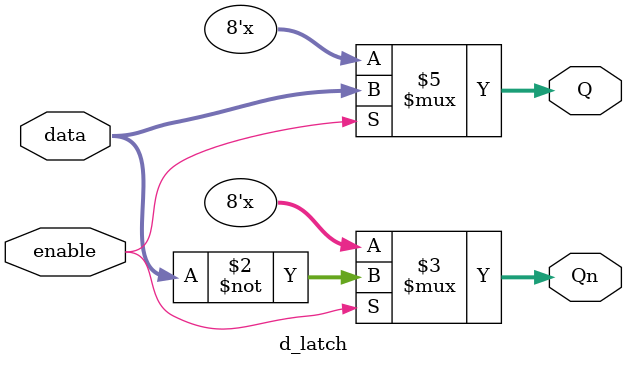
<source format=sv>
module d_latch #(
    N = 8 
  )(
  input logic [(N > 0) ? N-1 : 0 : 0] data,    // set input
  input logic enable,   // reset input
  output logic [(N > 0) ? N-1 : 0 : 0] Q,   // Output
  output logic [(N > 0) ? N-1 : 0 : 0] Qn   // Inverted output
);

always @(data or enable) begin
    if(enable) begin
      Q <= data;
      Qn <= ~data;
    end
end

endmodule

</source>
